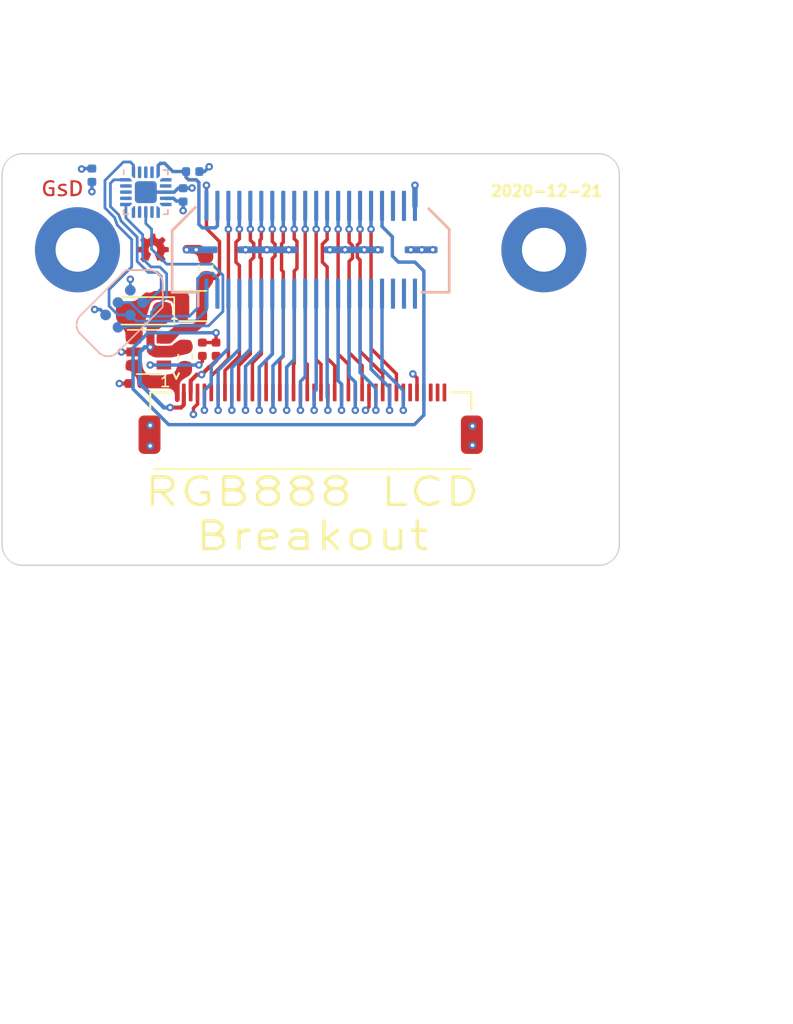
<source format=kicad_pcb>
(kicad_pcb (version 20201116) (generator pcbnew)
  (title_block (title "RGB888 LCD breakout") (date "2020-12-21") (rev "r1.0") (comment 1 "SYZYGY Pod"))
  (layers (0 "F.Cu" signal) (1 "In1.Cu" power) (2 "In2.Cu" signal) (31 "B.Cu" signal) (34 "B.Paste" user) (35 "F.Paste" user) (36 "B.SilkS" user "B.Silkscreen") (37 "F.SilkS" user "F.Silkscreen") (38 "B.Mask" user) (39 "F.Mask" user) (44 "Edge.Cuts" user))
  (net 0 "")
  (net 1 "GND")
  (net 2 "+3V3")
  (net 3 "/Peripheral MCU/MISO")
  (net 4 "/Peripheral MCU/~RESET")
  (net 5 "/SCL")
  (net 6 "/SDA")
  (net 7 "/RGA")
  (net 8 "/R0")
  (net 9 "/R1")
  (net 10 "/R2")
  (net 11 "/R3")
  (net 12 "+5V")
  (net 13 "/R4")
  (net 14 "/R5")
  (net 15 "/R6")
  (net 16 "/R7")
  (net 17 "/G0")
  (net 18 "/G1")
  (net 19 "/G2")
  (net 20 "/G3")
  (net 21 "/G4")
  (net 22 "/G5")
  (net 23 "/G6")
  (net 24 "/G7")
  (net 25 "/B0")
  (net 26 "/B1")
  (net 27 "/B2")
  (net 28 "/B3")
  (net 29 "/B4")
  (net 30 "/B5")
  (net 31 "/B6")
  (net 32 "/B7")
  (net 33 "/CLK")
  (net 34 "/DISP")
  (net 35 "/HSYNC")
  (net 36 "Net-(U2-Pad2)")
  (net 37 "Net-(U2-Pad3)")
  (net 38 "Net-(U2-Pad4)")
  (net 39 "Net-(U2-Pad11)")
  (net 40 "Net-(U2-Pad12)")
  (net 41 "Net-(U2-Pad14)")
  (net 42 "Net-(U2-Pad15)")
  (net 43 "Net-(J1-Pad37)")
  (net 44 "Net-(J1-Pad38)")
  (net 45 "/VCCIO")
  (net 46 "/VSYNC")
  (net 47 "/DEN")
  (net 48 "Net-(J1-Pad35)")
  (net 49 "Net-(D1-Pad2)")
  (net 50 "/TPY2")
  (net 51 "Net-(J1-Pad36)")
  (net 52 "/TPX2")
  (net 53 "/TPY1")
  (net 54 "/TPX1")
  (net 55 "/BLEN")
  (net 56 "no_connect_59")
  (net 57 "/VLED+")
  (net 58 "/VLED-")
  (net 59 "no_connect_63")
  (net 60 "no_connect_64")
  (net 61 "Net-(R1-Pad2)")
  (net 62 "no_connect_60")
  (net 63 "no_connect_61")
  (net 64 "no_connect_62")
  (net 65 "no_connect_65")
  (footprint "Inductor_SMD:L_Taiyo-Yuden_MD-2020" (layer "F.Cu") (at 121.4 92.3 180)
    (fp_text reference "L1" hide)
    (fp_text value "2.2uH" hide)
  )
  (footprint "MountingHole:MountingHole_3.2mm_M3_DIN965" (layer "F.Cu") (at 147.5 98.2 90)
    (fp_text reference "H2" hide)
    (fp_text value "MountingHole" hide)
  )
  (footprint "MountingHole:MountingHole_3.2mm_M3_DIN965" (layer "F.Cu") (at 112.5 98.2 90)
    (fp_text reference "H1" hide)
    (fp_text value "MountingHole" hide)
  )
  (footprint "Resistor_SMD:R_0402_1005Metric" (layer "F.Cu") (at 123.1 95.45 90)
    (fp_text reference "R2" hide)
    (fp_text value "10k" hide)
  )
  (footprint "Package_TO_SOT_SMD:SOT-23-6" (layer "F.Cu") (at 118.2 95.65)
    (fp_text reference "U1" hide)
    (fp_text value "PT4103" hide)
  )
  (footprint "Resistor_SMD:R_0402_1005Metric" (layer "F.Cu") (at 117.2 97.95)
    (fp_text reference "R3" hide)
    (fp_text value "5R1" hide)
  )
  (footprint "gkl_logos:gsd_logo_small" (layer "F.Cu") (at 111.9 83.8)
    (fp_text reference "G***" hide)
    (fp_text value "LOGO" hide)
  )
  (footprint "gsd-footprints:X05A20H40G" (layer "F.Cu") (at 130 98.6)
    (fp_text reference "J2" hide)
    (fp_text value "Conn_01x40_MountingPin" hide)
  )
  (footprint "Connector_PinHeader_1.00mm:PinHeader_1x01_P1.00mm_Vertical" (layer "F.Cu") (at 146.56 142.81)
    (fp_text reference "" hide)
    (fp_text value "" hide)
  )
  (footprint "Capacitor_SMD:C_0603_1608Metric" (layer "F.Cu") (at 120.85 96 -90)
    (fp_text reference "C1" hide)
    (fp_text value "0.1uF" hide)
  )
  (footprint "Diode_SMD:D_SOD-123F" (layer "F.Cu") (at 117.85 92.65 180)
    (fp_text reference "D1" hide)
    (fp_text value "D_ALT" hide)
  )
  (footprint "Capacitor_SMD:C_0603_1608Metric" (layer "F.Cu") (at 122.35 89.5 90)
    (fp_text reference "C2" hide)
    (fp_text value "22uF" hide)
  )
  (footprint "Resistor_SMD:R_0402_1005Metric" (layer "F.Cu") (at 122.1 95.45 -90)
    (fp_text reference "R1" hide)
    (fp_text value "1k" hide)
  )
  (footprint "gkl_logos:oshw_small" (layer "F.Cu") (at 118.5 88.1)
    (fp_text reference "G***" hide)
    (fp_text value "LOGO" hide)
  )
  (footprint "gsd-footprints:SYZYGY-STD-POD" (layer "B.Cu") (at 130 88.2 180)
    (fp_text reference "J1" hide)
    (fp_text value "SYZYGY-STD" hide)
  )
  (footprint "Package_DFN_QFN:QFN-20-1EP_3x3mm_P0.45mm_EP1.6x1.6mm" (layer "B.Cu") (at 117.979 84 -90)
    (fp_text reference "U2" hide)
    (fp_text value "ATtiny44A-MMH" hide)
  )
  (footprint "Resistor_SMD:R_0402_1005Metric" (layer "B.Cu") (at 121.4 82.5 180)
    (fp_text reference "R15" hide)
    (fp_text value "10K" hide)
  )
  (footprint "Capacitor_SMD:C_0402_1005Metric" (layer "B.Cu") (at 120.7 84.2 90)
    (fp_text reference "C9" hide)
    (fp_text value "0.1uF" hide)
  )
  (footprint "Capacitor_SMD:C_0402_1005Metric" (layer "B.Cu") (at 114.05 82.765 90)
    (fp_text reference "C10" hide)
    (fp_text value "1uF" hide)
  )
  (footprint "pkl_tag_connect:TC2030-NL_SMALL" (layer "B.Cu") (at 116.4 92.5 -135)
    (fp_text reference "J3" hide)
    (fp_text value "TagConnect" hide)
  )
  (gr_line (start 151 111.2) (end 109 111.2) (layer "Edge.Cuts") (width 0.1))
  (gr_line (start 109 81.2) (end 151 81.2) (layer "Edge.Cuts") (width 0.1))
  (gr_line (start 107.5 109.7) (end 107.5 82.7) (layer "Edge.Cuts") (width 0.1))
  (gr_arc (start 109 82.7) (end 109 81.2) (angle -90) (layer "Edge.Cuts") (width 0.1))
  (gr_arc (start 109 109.7) (end 107.5 109.7) (angle -90) (layer "Edge.Cuts") (width 0.1))
  (gr_line (start 152.5 82.7) (end 152.5 109.7) (layer "Edge.Cuts") (width 0.1))
  (gr_arc (start 151 82.7) (end 152.5 82.7) (angle -90) (layer "Edge.Cuts") (width 0.1))
  (gr_arc (start 151 109.7) (end 151 111.2) (angle -90) (layer "Edge.Cuts") (width 0.1))
  (gr_text "2020-12-21\n" (at 147.2 83.918) (layer "F.SilkS") (effects (font (size 0.8 0.8) (thickness 0.2))))
  (gr_text "RGB888 LCD\nBreakout" (at 130.1 107.45) (layer "F.SilkS") (effects (font (size 2 2.6) (thickness 0.25))))
  (segment (start 137.75 97.55) (end 137.45 97.25) (width 0.25) (layer "F.Cu") (net 1))
  (segment (start 122.6 96.75) (end 122.65 96.75) (width 0.3) (layer "F.Cu") (net 1))
  (segment (start 134.25 98.6) (end 134.25 99.65) (width 0.25) (layer "F.Cu") (net 1))
  (segment (start 121.25 97.75) (end 121.25 98.6) (width 0.3) (layer "F.Cu") (net 1))
  (segment (start 121.8375 88.2) (end 122.35 88.7125) (width 0.25) (layer "F.Cu") (net 1))
  (segment (start 116.715 97.95) (end 116.05 97.95) (width 0.3) (layer "F.Cu") (net 1))
  (segment (start 122.05 97.3) (end 122.6 96.75) (width 0.3) (layer "F.Cu") (net 1))
  (segment (start 122.05 97.3) (end 121.7 97.3) (width 0.3) (layer "F.Cu") (net 1))
  (segment (start 121.7 97.3) (end 121.25 97.75) (width 0.3) (layer "F.Cu") (net 1))
  (segment (start 137.75 98.6) (end 137.75 97.55) (width 0.25) (layer "F.Cu") (net 1))
  (segment (start 123.1 96.3) (end 123.1 95.935) (width 0.3) (layer "F.Cu") (net 1))
  (segment (start 121.65 88.2) (end 121.8375 88.2) (width 0.25) (layer "F.Cu") (net 1))
  (segment (start 122.65 96.75) (end 123.1 96.3) (width 0.3) (layer "F.Cu") (net 1))
  (segment (start 134.25 99.65) (end 134 99.9) (width 0.25) (layer "F.Cu") (net 1))
  (segment (start 117.1 95.65) (end 116.2 95.65) (width 0.3) (layer "F.Cu") (net 1))
  (via (at 120.95 88.2) (size 0.55) (drill 0.25) (layers "F.Cu" "B.Cu") (net 1))
  (via (at 116.2 95.65) (size 0.55) (drill 0.25) (layers "F.Cu" "B.Cu") (net 1))
  (via (at 141.8 101.05) (size 0.55) (drill 0.25) (layers "F.Cu" "B.Cu") (net 1))
  (via (at 137.3 88.2) (size 0.55) (drill 0.25) (layers "F.Cu" "B.Cu") (net 1))
  (via (at 128.4 88.2) (size 0.55) (drill 0.25) (layers "F.Cu" "B.Cu") (net 1))
  (via (at 131.4 88.2) (size 0.55) (drill 0.25) (layers "F.Cu" "B.Cu") (net 1))
  (via (at 134 99.9) (size 0.55) (drill 0.25) (layers "F.Cu" "B.Cu") (net 1))
  (via (at 132.5 88.2) (size 0.55) (drill 0.25) (layers "F.Cu" "B.Cu") (net 1))
  (via (at 138.9 88.2) (size 0.55) (drill 0.25) (layers "F.Cu" "B.Cu") (net 1))
  (via (at 118.3 101) (size 0.55) (drill 0.25) (layers "F.Cu" "B.Cu") (net 1))
  (via (at 113.3 82.315) (size 0.55) (drill 0.25) (layers "F.Cu" "B.Cu") (net 1))
  (via (at 121.65 88.2) (size 0.55) (drill 0.25) (layers "F.Cu" "B.Cu") (net 1))
  (via (at 141.8 102.45) (size 0.55) (drill 0.25) (layers "F.Cu" "B.Cu") (net 1))
  (via (at 126.8 88.2) (size 0.55) (drill 0.25) (layers "F.Cu" "B.Cu") (net 1))
  (via (at 133.9 88.2) (size 0.55) (drill 0.25) (layers "F.Cu" "B.Cu") (net 1))
  (via (at 137.45 97.25) (size 0.55) (drill 0.25) (layers "F.Cu" "B.Cu") (net 1))
  (via (at 121.35 83.7) (size 0.55) (drill 0.25) (layers "F.Cu" "B.Cu") (net 1))
  (via (at 125.25 88.2) (size 0.55) (drill 0.25) (layers "F.Cu" "B.Cu") (net 1))
  (via (at 116.05 97.95) (size 0.55) (drill 0.25) (layers "F.Cu" "B.Cu") (net 1))
  (via (at 114.25 92.55) (size 0.55) (drill 0.25) (layers "F.Cu" "B.Cu") (net 1))
  (via (at 138.1 88.2) (size 0.55) (drill 0.25) (layers "F.Cu" "B.Cu") (net 1))
  (via (at 134.9 88.2) (size 0.55) (drill 0.25) (layers "F.Cu" "B.Cu") (net 1))
  (via (at 122.05 97.3) (size 0.55) (drill 0.25) (layers "F.Cu" "B.Cu") (net 1))
  (via (at 118.3 102.5) (size 0.55) (drill 0.25) (layers "F.Cu" "B.Cu") (net 1))
  (segment (start 113.335 82.28) (end 113.3 82.315) (width 0.25) (layer "B.Cu") (net 1))
  (segment (start 119.429 84) (end 120.05 84) (width 0.25) (layer "B.Cu") (net 1))
  (segment (start 115.052962 92.949013) (end 114.653949 92.55) (width 0.25) (layer "B.Cu") (net 1))
  (segment (start 121.335 83.715) (end 121.35 83.7) (width 0.25) (layer "B.Cu") (net 1))
  (segment (start 120.7 83.715) (end 121.335 83.715) (width 0.25) (layer "B.Cu") (net 1))
  (segment (start 119.429 84) (end 117.979 84) (width 0.25) (layer "B.Cu") (net 1))
  (segment (start 114.653949 92.55) (end 114.25 92.55) (width 0.25) (layer "B.Cu") (net 1))
  (segment (start 120.05 84) (end 120.335 83.715) (width 0.25) (layer "B.Cu") (net 1))
  (segment (start 120.335 83.715) (end 120.7 83.715) (width 0.25) (layer "B.Cu") (net 1))
  (segment (start 114.05 82.28) (end 113.335 82.28) (width 0.25) (layer "B.Cu") (net 1))
  (segment (start 121.75 98.6) (end 121.75 99.45) (width 0.25) (layer "F.Cu") (net 2))
  (segment (start 121.75 99.45) (end 121.45 99.75) (width 0.25) (layer "F.Cu") (net 2))
  (segment (start 121.45 99.75) (end 121.45 100.2) (width 0.25) (layer "F.Cu") (net 2))
  (via (at 116.85 90.35) (size 0.55) (drill 0.25) (layers "F.Cu" "B.Cu") (net 2))
  (via (at 137.6 83.5) (size 0.55) (drill 0.25) (layers "F.Cu" "B.Cu") (net 2))
  (via (at 114.05 83.965) (size 0.55) (drill 0.25) (layers "F.Cu" "B.Cu") (net 2))
  (via (at 120.7 85.35) (size 0.55) (drill 0.25) (layers "F.Cu" "B.Cu") (net 2))
  (via (at 122.6 82.15) (size 0.55) (drill 0.25) (layers "F.Cu" "B.Cu") (net 2))
  (via (at 121.45 100.2) (size 0.55) (drill 0.25) (layers "F.Cu" "B.Cu") (net 2))
  (segment (start 137.6 85) (end 137.6 83.5) (width 0.4) (layer "B.Cu") (net 2))
  (segment (start 116.849013 91.152962) (end 116.849013 90.350987) (width 0.2) (layer "B.Cu") (net 2))
  (segment (start 121.885 82.5) (end 122.25 82.5) (width 0.25) (layer "B.Cu") (net 2))
  (segment (start 119.429 84.45) (end 120 84.45) (width 0.25) (layer "B.Cu") (net 2))
  (segment (start 116.849013 90.350987) (end 116.85 90.35) (width 0.2) (layer "B.Cu") (net 2))
  (segment (start 120.7 84.685) (end 120.7 85.35) (width 0.25) (layer "B.Cu") (net 2))
  (segment (start 122.25 82.5) (end 122.6 82.15) (width 0.25) (layer "B.Cu") (net 2))
  (segment (start 120.2 84.65) (end 120.665 84.65) (width 0.25) (layer "B.Cu") (net 2))
  (segment (start 120 84.45) (end 120.2 84.65) (width 0.25) (layer "B.Cu") (net 2))
  (segment (start 114.05 83.25) (end 114.05 83.965) (width 0.25) (layer "B.Cu") (net 2))
  (segment (start 118.15 89.85) (end 118.8 89.85) (width 0.2) (layer "B.Cu") (net 3))
  (segment (start 118.099013 92.050987) (end 117.747038 92.050987) (width 0.2) (layer "B.Cu") (net 3))
  (segment (start 116.1875 86.1125) (end 117.35 87.275) (width 0.2) (layer "B.Cu") (net 3))
  (segment (start 116.529 83.1) (end 115.65 83.1) (width 0.2) (layer "B.Cu") (net 3))
  (segment (start 117.35 87.275) (end 117.35 89.05) (width 0.2) (layer "B.Cu") (net 3))
  (segment (start 117.35 89.05) (end 118.15 89.85) (width 0.2) (layer "B.Cu") (net 3))
  (segment (start 116 85.65) (end 116.1875 86.1125) (width 0.2) (layer "B.Cu") (net 3))
  (segment (start 115.4 83.35) (end 115.4 85.05) (width 0.2) (layer "B.Cu") (net 3))
  (segment (start 115.65 83.1) (end 115.4 83.35) (width 0.2) (layer "B.Cu") (net 3))
  (segment (start 119.1 90.15) (end 119.1 91.05) (width 0.2) (layer "B.Cu") (net 3))
  (segment (start 119.1 91.05) (end 118.099013 92.050987) (width 0.2) (layer "B.Cu") (net 3))
  (segment (start 115.4 85.05) (end 116 85.65) (width 0.2) (layer "B.Cu") (net 3))
  (segment (start 118.8 89.85) (end 119.1 90.15) (width 0.2) (layer "B.Cu") (net 3))
  (segment (start 121.55 89.25) (end 122.8 89.25) (width 0.2) (layer "B.Cu") (net 4))
  (segment (start 122.55 93.75) (end 116.6 93.75) (width 0.2) (layer "B.Cu") (net 4))
  (segment (start 123.6 90.05) (end 123.6 92.7) (width 0.2) (layer "B.Cu") (net 4))
  (segment (start 122.8 89.25) (end 123.6 90.05) (width 0.2) (layer "B.Cu") (net 4))
  (segment (start 123.6 92.7) (end 122.55 93.75) (width 0.2) (layer "B.Cu") (net 4))
  (segment (start 116.6 93.75) (end 116.5 93.85) (width 0.2) (layer "B.Cu") (net 4))
  (segment (start 121.45 89.25) (end 119.5 89.25) (width 0.2) (layer "B.Cu") (net 4))
  (segment (start 117.979 86.279) (end 117.979 86.179) (width 0.2) (layer "B.Cu") (net 4))
  (segment (start 119.5 89.25) (end 118.4 88.15) (width 0.2) (layer "B.Cu") (net 4))
  (segment (start 118.4 88.15) (end 118.4 86.7) (width 0.2) (layer "B.Cu") (net 4))
  (segment (start 121.55 89.25) (end 121.45 89.25) (width 0.2) (layer "B.Cu") (net 4))
  (segment (start 117.979 85.45) (end 117.979 86.179) (width 0.2) (layer "B.Cu") (net 4))
  (segment (start 116.497038 93.847038) (end 115.950987 93.847038) (width 0.2) (layer "B.Cu") (net 4))
  (segment (start 116.5 93.85) (end 116.497038 93.847038) (width 0.2) (layer "B.Cu") (net 4))
  (segment (start 118.4 86.7) (end 117.979 86.279) (width 0.2) (layer "B.Cu") (net 4))
  (segment (start 121.6 93.4) (end 117.3 93.4) (width 0.2) (layer "B.Cu") (net 5))
  (segment (start 115.949013 92.949013) (end 115.3 92.3) (width 0.2) (layer "B.Cu") (net 5))
  (segment (start 116.85 81.8) (end 117.079 82.029) (width 0.2) (layer "B.Cu") (net 5))
  (segment (start 117.3 93.4) (end 116.849013 92.949013) (width 0.2) (layer "B.Cu") (net 5))
  (segment (start 116.35 81.8) (end 116.85 81.8) (width 0.2) (layer "B.Cu") (net 5))
  (segment (start 117.079 82.029) (end 117.079 82.55) (width 0.2) (layer "B.Cu") (net 5))
  (segment (start 115 85.15) (end 115 83.15) (width 0.2) (layer "B.Cu") (net 5))
  (segment (start 115.3 91.1) (end 116.95 89.45) (width 0.2) (layer "B.Cu") (net 5))
  (segment (start 115 83.15) (end 116.35 81.8) (width 0.2) (layer "B.Cu") (net 5))
  (segment (start 122.4 91.4) (end 122.4 92.6) (width 0.2) (layer "B.Cu") (net 5))
  (segment (start 116.849013 92.949013) (end 115.949013 92.949013) (width 0.2) (layer "B.Cu") (net 5))
  (segment (start 116.95 87.45) (end 115.9 86.4) (width 0.2) (layer "B.Cu") (net 5))
  (segment (start 115.9 86.4) (end 115.7 85.85) (width 0.2) (layer "B.Cu") (net 5))
  (segment (start 115.7 85.85) (end 115 85.15) (width 0.2) (layer "B.Cu") (net 5))
  (segment (start 115.3 92.3) (end 115.3 91.1) (width 0.2) (layer "B.Cu") (net 5))
  (segment (start 122.4 92.6) (end 121.6 93.4) (width 0.2) (layer "B.Cu") (net 5))
  (segment (start 116.95 89.45) (end 116.95 87.45) (width 0.2) (layer "B.Cu") (net 5))
  (segment (start 116.529 85.879) (end 117.75 87.1) (width 0.2) (layer "B.Cu") (net 6))
  (segment (start 119.5 91.65) (end 118.4 92.75) (width 0.2) (layer "B.Cu") (net 6))
  (segment (start 118.4 93.05) (end 121.15 93.05) (width 0.2) (layer "B.Cu") (net 6))
  (segment (start 117.85 93.05) (end 118.4 93.05) (width 0.2) (layer "B.Cu") (net 6))
  (segment (start 116.529 84.9) (end 116.529 85.879) (width 0.2) (layer "B.Cu") (net 6))
  (segment (start 117.75 88.85) (end 118.35 89.45) (width 0.2) (layer "B.Cu") (net 6))
  (segment (start 123.2 90.25) (end 123.2 91.4) (width 0.2) (layer "B.Cu") (net 6))
  (segment (start 121.15 93.05) (end 121.75 92.45) (width 0.2) (layer "B.Cu") (net 6))
  (segment (start 116.850987 92.050987) (end 117.85 93.05) (width 0.2) (layer "B.Cu") (net 6))
  (segment (start 119 89.45) (end 119.5 89.95) (width 0.2) (layer "B.Cu") (net 6))
  (segment (start 118.4 92.75) (end 118.4 93.05) (width 0.2) (layer "B.Cu") (net 6))
  (segment (start 115.950987 92.050987) (end 116.850987 92.050987) (width 0.2) (layer "B.Cu") (net 6))
  (segment (start 121.75 90.3) (end 122.15 89.9) (width 0.2) (layer "B.Cu") (net 6))
  (segment (start 122.15 89.9) (end 122.85 89.9) (width 0.2) (layer "B.Cu") (net 6))
  (segment (start 121.75 92.45) (end 121.75 90.3) (width 0.2) (layer "B.Cu") (net 6))
  (segment (start 122.85 89.9) (end 123.2 90.25) (width 0.2) (layer "B.Cu") (net 6))
  (segment (start 118.35 89.45) (end 119 89.45) (width 0.2) (layer "B.Cu") (net 6))
  (segment (start 117.75 87.1) (end 117.75 88.85) (width 0.2) (layer "B.Cu") (net 6))
  (segment (start 119.5 89.95) (end 119.5 91.65) (width 0.2) (layer "B.Cu") (net 6))
  (segment (start 118.879 82.071) (end 119.05 81.9) (width 0.25) (layer "B.Cu") (net 7))
  (segment (start 118.879 82.55) (end 118.879 82.071) (width 0.25) (layer "B.Cu") (net 7))
  (segment (start 121.85 86.35) (end 121.85 83.3) (width 0.25) (layer "B.Cu") (net 7))
  (segment (start 121.1 83.1) (end 120.915 82.915) (width 0.25) (layer "B.Cu") (net 7))
  (segment (start 123.05 86.6) (end 122.1 86.6) (width 0.25) (layer "B.Cu") (net 7))
  (segment (start 123.2 86.45) (end 123.05 86.6) (width 0.25) (layer "B.Cu") (net 7))
  (segment (start 119.95 82.5) (end 120.915 82.5) (width 0.25) (layer "B.Cu") (net 7))
  (segment (start 121.65 83.1) (end 121.1 83.1) (width 0.25) (layer "B.Cu") (net 7))
  (segment (start 123.2 85) (end 123.2 86.45) (width 0.25) (layer "B.Cu") (net 7))
  (segment (start 119.35 81.9) (end 119.95 82.5) (width 0.25) (layer "B.Cu") (net 7))
  (segment (start 122.1 86.6) (end 121.85 86.35) (width 0.25) (layer "B.Cu") (net 7))
  (segment (start 120.915 82.915) (end 120.915 82.5) (width 0.25) (layer "B.Cu") (net 7))
  (segment (start 119.05 81.9) (end 119.35 81.9) (width 0.25) (layer "B.Cu") (net 7))
  (segment (start 121.85 83.3) (end 121.65 83.1) (width 0.25) (layer "B.Cu") (net 7))
  (segment (start 122.25 98.6) (end 122.25 99.9) (width 0.25) (layer "F.Cu") (net 8))
  (via (at 122.25 99.9) (size 0.55) (drill 0.25) (layers "F.Cu" "B.Cu") (net 8))
  (segment (start 122.75 96.65) (end 122.925 96.475) (width 0.25) (layer "B.Cu") (net 8))
  (segment (start 122.25 99.35) (end 122.25 99.9) (width 0.25) (layer "B.Cu") (net 8))
  (segment (start 124 95.4) (end 122.925 96.475) (width 0.25) (layer "B.Cu") (net 8))
  (segment (start 122.25 98.45) (end 122.75 97.95) (width 0.25) (layer "B.Cu") (net 8))
  (segment (start 122.25 99.35) (end 122.25 98.45) (width 0.25) (layer "B.Cu") (net 8))
  (segment (start 124 91.4) (end 124 95.4) (width 0.25) (layer "B.Cu") (net 8))
  (segment (start 122.75 97.95) (end 122.75 96.65) (width 0.25) (layer "B.Cu") (net 8))
  (segment (start 124 96.15) (end 124 86.7) (width 0.25) (layer "F.Cu") (net 9))
  (segment (start 122.75 97.4) (end 124 96.15) (width 0.25) (layer "F.Cu") (net 9))
  (segment (start 122.75 98.6) (end 122.75 97.4) (width 0.25) (layer "F.Cu") (net 9))
  (via (at 124 86.7) (size 0.55) (drill 0.25) (layers "F.Cu" "B.Cu") (net 9))
  (segment (start 124 86.7) (end 124 85) (width 0.25) (layer "B.Cu") (net 9))
  (segment (start 123.25 98.6) (end 123.25 99.9) (width 0.25) (layer "F.Cu") (net 10))
  (via (at 123.25 99.9) (size 0.55) (drill 0.25) (layers "F.Cu" "B.Cu") (net 10))
  (segment (start 123.25 99.9) (end 123.25 97) (width 0.25) (layer "B.Cu") (net 10))
  (segment (start 124.8 95.45) (end 124.8 91.4) (width 0.25) (layer "B.Cu") (net 10))
  (segment (start 123.25 97) (end 124.8 95.45) (width 0.25) (layer "B.Cu") (net 10))
  (segment (start 124.55 87.65) (end 124.8 87.4) (width 0.25) (layer "F.Cu") (net 11))
  (segment (start 123.75 98.6) (end 123.75 97) (width 0.25) (layer "F.Cu") (net 11))
  (segment (start 124.8 89.35) (end 124.55 89.1) (width 0.25) (layer "F.Cu") (net 11))
  (segment (start 124.8 87.4) (end 124.8 86.7) (width 0.25) (layer "F.Cu") (net 11))
  (segment (start 123.75 97) (end 124.8 95.95) (width 0.25) (layer "F.Cu") (net 11))
  (segment (start 124.8 95.95) (end 124.8 89.35) (width 0.25) (layer "F.Cu") (net 11))
  (segment (start 124.55 89.1) (end 124.55 87.65) (width 0.25) (layer "F.Cu") (net 11))
  (via (at 124.8 86.7) (size 0.55) (drill 0.25) (layers "F.Cu" "B.Cu") (net 11))
  (segment (start 124.8 86.7) (end 124.8 85) (width 0.25) (layer "B.Cu") (net 11))
  (segment (start 123.35 87.6) (end 122.4 86.65) (width 0.25) (layer "F.Cu") (net 12))
  (segment (start 123.0125 90.2875) (end 123.35 89.95) (width 0.25) (layer "F.Cu") (net 12))
  (segment (start 123.35 89.95) (end 123.35 87.6) (width 0.25) (layer "F.Cu") (net 12))
  (segment (start 122.4 86.65) (end 122.4 83.5) (width 0.25) (layer "F.Cu") (net 12))
  (segment (start 119.3 94.7) (end 119.7 94.7) (width 0.3) (layer "F.Cu") (net 12))
  (segment (start 122.35 90.75) (end 122.075 91.025) (width 0.25) (layer "F.Cu") (net 12))
  (segment (start 119.7 94.7) (end 120.4 94) (width 0.3) (layer "F.Cu") (net 12))
  (segment (start 120.4 94) (end 120.5 93.9) (width 0.25) (layer "F.Cu") (net 12))
  (segment (start 122.075 91.025) (end 122.075 92.3) (width 0.25) (layer "F.Cu") (net 12))
  (segment (start 120.5 93.9) (end 121.7 93.9) (width 0.25) (layer "F.Cu") (net 12))
  (segment (start 122.35 90.2875) (end 123.0125 90.2875) (width 0.25) (layer "F.Cu") (net 12))
  (segment (start 122.35 90.2875) (end 122.35 90.75) (width 0.25) (layer "F.Cu") (net 12))
  (segment (start 122.075 93.525) (end 122.075 92.3) (width 0.25) (layer "F.Cu") (net 12))
  (segment (start 121.7 93.9) (end 122.075 93.525) (width 0.25) (layer "F.Cu") (net 12))
  (via (at 122.4 83.5) (size 0.55) (drill 0.25) (layers "F.Cu" "B.Cu") (net 12))
  (segment (start 122.4 83.5) (end 122.4 85) (width 0.25) (layer "B.Cu") (net 12))
  (segment (start 124.25 98.6) (end 124.25 99.9) (width 0.25) (layer "F.Cu") (net 13))
  (via (at 124.25 99.9) (size 0.55) (drill 0.25) (layers "F.Cu" "B.Cu") (net 13))
  (segment (start 125.6 91.4) (end 125.6 95.45) (width 0.25) (layer "B.Cu") (net 13))
  (segment (start 125.6 95.45) (end 124.25 96.8) (width 0.25) (layer "B.Cu") (net 13))
  (segment (start 124.25 96.8) (end 124.25 99.9) (width 0.25) (layer "B.Cu") (net 13))
  (segment (start 125.85 87.75) (end 125.85 88.75) (width 0.25) (layer "F.Cu") (net 14))
  (segment (start 125.6 86.7) (end 125.6 87.5) (width 0.25) (layer "F.Cu") (net 14))
  (segment (start 125.6 95.8) (end 124.75 96.65) (width 0.25) (layer "F.Cu") (net 14))
  (segment (start 125.6 89) (end 125.6 95.8) (width 0.25) (layer "F.Cu") (net 14))
  (segment (start 125.6 87.5) (end 125.85 87.75) (width 0.25) (layer "F.Cu") (net 14))
  (segment (start 124.75 96.65) (end 124.75 98.6) (width 0.25) (layer "F.Cu") (net 14))
  (segment (start 125.85 88.75) (end 125.6 89) (width 0.25) (layer "F.Cu") (net 14))
  (via (at 125.6 86.7) (size 0.55) (drill 0.25) (layers "F.Cu" "B.Cu") (net 14))
  (segment (start 125.6 85) (end 125.6 86.7) (width 0.25) (layer "B.Cu") (net 14))
  (segment (start 125.25 98.6) (end 125.25 99.9) (width 0.25) (layer "F.Cu") (net 15))
  (via (at 125.25 99.9) (size 0.55) (drill 0.25) (layers "F.Cu" "B.Cu") (net 15))
  (segment (start 125.25 96.7) (end 126.4 95.55) (width 0.25) (layer "B.Cu") (net 15))
  (segment (start 125.25 99.9) (end 125.25 96.7) (width 0.25) (layer "B.Cu") (net 15))
  (segment (start 126.4 95.55) (end 126.4 91.4) (width 0.25) (layer "B.Cu") (net 15))
  (segment (start 126.3 88.75) (end 126.3 87.5) (width 0.25) (layer "F.Cu") (net 16))
  (segment (start 126.4 95.8) (end 126.4 88.85) (width 0.25) (layer "F.Cu") (net 16))
  (segment (start 126.4 87.4) (end 126.4 86.7) (width 0.25) (layer "F.Cu") (net 16))
  (segment (start 126.3 87.5) (end 126.4 87.4) (width 0.25) (layer "F.Cu") (net 16))
  (segment (start 126.4 88.85) (end 126.3 88.75) (width 0.25) (layer "F.Cu") (net 16))
  (segment (start 125.75 98.6) (end 125.75 96.45) (width 0.25) (layer "F.Cu") (net 16))
  (segment (start 125.75 96.45) (end 126.4 95.8) (width 0.25) (layer "F.Cu") (net 16))
  (via (at 126.4 86.7) (size 0.55) (drill 0.25) (layers "F.Cu" "B.Cu") (net 16))
  (segment (start 126.4 86.7) (end 126.4 85) (width 0.25) (layer "B.Cu") (net 16))
  (segment (start 126.25 98.6) (end 126.25 99.9) (width 0.25) (layer "F.Cu") (net 17))
  (via (at 126.25 99.9) (size 0.55) (drill 0.25) (layers "F.Cu" "B.Cu") (net 17))
  (segment (start 127.2 91.4) (end 127.2 95.8) (width 0.25) (layer "B.Cu") (net 17))
  (segment (start 126.25 96.75) (end 126.25 99.9) (width 0.25) (layer "B.Cu") (net 17))
  (segment (start 127.2 95.8) (end 126.25 96.75) (width 0.25) (layer "B.Cu") (net 17))
  (segment (start 126.75 96.25) (end 126.75 98.6) (width 0.25) (layer "F.Cu") (net 18))
  (segment (start 127.2 88.85) (end 127.2 95.8) (width 0.25) (layer "F.Cu") (net 18))
  (segment (start 127.2 95.8) (end 126.75 96.25) (width 0.25) (layer "F.Cu") (net 18))
  (segment (start 127.4 88.65) (end 127.2 88.85) (width 0.25) (layer "F.Cu") (net 18))
  (segment (start 127.4 87.8) (end 127.4 88.65) (width 0.25) (layer "F.Cu") (net 18))
  (segment (start 127.2 87.6) (end 127.4 87.8) (width 0.25) (layer "F.Cu") (net 18))
  (segment (start 127.2 86.7) (end 127.2 87.6) (width 0.25) (layer "F.Cu") (net 18))
  (via (at 127.2 86.7) (size 0.55) (drill 0.25) (layers "F.Cu" "B.Cu") (net 18))
  (segment (start 127.2 85) (end 127.2 86.7) (width 0.25) (layer "B.Cu") (net 18))
  (segment (start 127.25 98.6) (end 127.25 99.9) (width 0.25) (layer "F.Cu") (net 19))
  (via (at 127.25 99.9) (size 0.55) (drill 0.25) (layers "F.Cu" "B.Cu") (net 19))
  (segment (start 128 95.9) (end 127.25 96.65) (width 0.25) (layer "B.Cu") (net 19))
  (segment (start 128 91.4) (end 128 95.9) (width 0.25) (layer "B.Cu") (net 19))
  (segment (start 127.25 96.65) (end 127.25 99.9) (width 0.25) (layer "B.Cu") (net 19))
  (segment (start 128 87.1) (end 128 86.7) (width 0.25) (layer "F.Cu") (net 20))
  (segment (start 128 95.95) (end 128 89.8) (width 0.25) (layer "F.Cu") (net 20))
  (segment (start 128 87.65) (end 128 87.1) (width 0.25) (layer "F.Cu") (net 20))
  (segment (start 127.75 96.2) (end 128 95.95) (width 0.25) (layer "F.Cu") (net 20))
  (segment (start 127.75 98.6) (end 127.75 96.2) (width 0.25) (layer "F.Cu") (net 20))
  (segment (start 128 89.8) (end 127.875 89.675) (width 0.25) (layer "F.Cu") (net 20))
  (segment (start 127.875 89.675) (end 127.875 87.775) (width 0.25) (layer "F.Cu") (net 20))
  (segment (start 127.875 87.775) (end 128 87.65) (width 0.25) (layer "F.Cu") (net 20))
  (via (at 128 86.7) (size 0.55) (drill 0.25) (layers "F.Cu" "B.Cu") (net 20))
  (segment (start 128 86.7) (end 128 85) (width 0.25) (layer "B.Cu") (net 20))
  (segment (start 128.25 98.6) (end 128.25 99.9) (width 0.25) (layer "F.Cu") (net 21))
  (via (at 128.25 99.9) (size 0.55) (drill 0.25) (layers "F.Cu" "B.Cu") (net 21))
  (segment (start 128.8 91.4) (end 128.8 96.2) (width 0.25) (layer "B.Cu") (net 21))
  (segment (start 128.25 96.75) (end 128.25 99.9) (width 0.25) (layer "B.Cu") (net 21))
  (segment (start 128.8 96.2) (end 128.25 96.75) (width 0.25) (layer "B.Cu") (net 21))
  (segment (start 129 87.6) (end 129 89.55) (width 0.25) (layer "F.Cu") (net 22))
  (segment (start 128.8 87.4) (end 129 87.6) (width 0.25) (layer "F.Cu") (net 22))
  (segment (start 128.8 86.7) (end 128.8 87.4) (width 0.25) (layer "F.Cu") (net 22))
  (segment (start 128.8 96.5) (end 128.75 96.55) (width 0.25) (layer "F.Cu") (net 22))
  (segment (start 128.8 89.75) (end 128.8 96.5) (width 0.25) (layer "F.Cu") (net 22))
  (segment (start 128.75 96.55) (end 128.75 98.6) (width 0.25) (layer "F.Cu") (net 22))
  (segment (start 129 89.55) (end 128.8 89.75) (width 0.25) (layer "F.Cu") (net 22))
  (via (at 128.8 86.7) (size 0.55) (drill 0.25) (layers "F.Cu" "B.Cu") (net 22))
  (segment (start 128.8 85) (end 128.8 86.7) (width 0.25) (layer "B.Cu") (net 22))
  (segment (start 129.25 98.6) (end 129.25 99.9) (width 0.25) (layer "F.Cu") (net 23))
  (via (at 129.25 99.9) (size 0.55) (drill 0.25) (layers "F.Cu" "B.Cu") (net 23))
  (segment (start 129.25 97.8) (end 129.25 99.9) (width 0.25) (layer "B.Cu") (net 23))
  (segment (start 129.6 91.4) (end 129.6 97.45) (width 0.25) (layer "B.Cu") (net 23))
  (segment (start 129.6 97.45) (end 129.25 97.8) (width 0.25) (layer "B.Cu") (net 23))
  (segment (start 129.75 98.6) (end 129.75 96.55) (width 0.25) (layer "F.Cu") (net 24))
  (segment (start 129.6 96.4) (end 129.6 86.7) (width 0.25) (layer "F.Cu") (net 24))
  (segment (start 129.75 96.55) (end 129.6 96.4) (width 0.25) (layer "F.Cu") (net 24))
  (via (at 129.6 86.7) (size 0.55) (drill 0.25) (layers "F.Cu" "B.Cu") (net 24))
  (segment (start 129.6 86.7) (end 129.6 85) (width 0.25) (layer "B.Cu") (net 24))
  (segment (start 130.25 98.6) (end 130.25 99.9) (width 0.25) (layer "F.Cu") (net 25))
  (via (at 130.25 99.9) (size 0.55) (drill 0.25) (layers "F.Cu" "B.Cu") (net 25))
  (segment (start 130.4 98.4) (end 130.25 98.55) (width 0.25) (layer "B.Cu") (net 25))
  (segment (start 130.4 91.4) (end 130.4 98.4) (width 0.25) (layer "B.Cu") (net 25))
  (segment (start 130.25 98.55) (end 130.25 99.9) (width 0.25) (layer "B.Cu") (net 25))
  (segment (start 130.4 96.2) (end 130.75 96.55) (width 0.25) (layer "F.Cu") (net 26))
  (segment (start 130.75 96.55) (end 130.75 98.6) (width 0.25) (layer "F.Cu") (net 26))
  (segment (start 130.4 86.7) (end 130.4 96.2) (width 0.25) (layer "F.Cu") (net 26))
  (via (at 130.4 86.7) (size 0.55) (drill 0.25) (layers "F.Cu" "B.Cu") (net 26))
  (segment (start 130.4 85) (end 130.4 86.7) (width 0.25) (layer "B.Cu") (net 26))
  (segment (start 131.25 98.6) (end 131.25 99.9) (width 0.25) (layer "F.Cu") (net 27))
  (via (at 131.25 99.9) (size 0.55) (drill 0.25) (layers "F.Cu" "B.Cu") (net 27))
  (segment (start 131.2 98.95) (end 131.25 99) (width 0.25) (layer "B.Cu") (net 27))
  (segment (start 131.2 91.4) (end 131.2 98.95) (width 0.25) (layer "B.Cu") (net 27))
  (segment (start 131.25 99) (end 131.25 99.9) (width 0.25) (layer "B.Cu") (net 27))
  (segment (start 131.75 96.65) (end 131.2 96.1) (width 0.25) (layer "F.Cu") (net 28))
  (segment (start 131.2 96.1) (end 131.2 89.45) (width 0.25) (layer "F.Cu") (net 28))
  (segment (start 131.75 98.6) (end 131.75 96.65) (width 0.25) (layer "F.Cu") (net 28))
  (segment (start 130.85 89.1) (end 130.85 87.8) (width 0.25) (layer "F.Cu") (net 28))
  (segment (start 131 89.25) (end 130.85 89.1) (width 0.25) (layer "F.Cu") (net 28))
  (segment (start 130.85 87.8) (end 131.2 87.45) (width 0.25) (layer "F.Cu") (net 28))
  (segment (start 131.2 87.45) (end 131.2 86.7) (width 0.25) (layer "F.Cu") (net 28))
  (segment (start 131.2 89.45) (end 131 89.25) (width 0.25) (layer "F.Cu") (net 28))
  (via (at 131.2 86.7) (size 0.55) (drill 0.25) (layers "F.Cu" "B.Cu") (net 28))
  (segment (start 131.2 86.7) (end 131.2 85) (width 0.25) (layer "B.Cu") (net 28))
  (segment (start 132.25 98.6) (end 132.25 99.9) (width 0.25) (layer "F.Cu") (net 29))
  (via (at 132.25 99.9) (size 0.55) (drill 0.25) (layers "F.Cu" "B.Cu") (net 29))
  (segment (start 132 97.75) (end 132.25 98) (width 0.25) (layer "B.Cu") (net 29))
  (segment (start 132 91.4) (end 132 97.75) (width 0.25) (layer "B.Cu") (net 29))
  (segment (start 132.25 98) (end 132.25 99.9) (width 0.25) (layer "B.Cu") (net 29))
  (segment (start 132.75 96.55) (end 132.75 98.6) (width 0.25) (layer "F.Cu") (net 30))
  (segment (start 132 86.7) (end 132 95.8) (width 0.25) (layer "F.Cu") (net 30))
  (segment (start 132 95.8) (end 132.75 96.55) (width 0.25) (layer "F.Cu") (net 30))
  (via (at 132 86.7) (size 0.55) (drill 0.25) (layers "F.Cu" "B.Cu") (net 30))
  (segment (start 132 85) (end 132 86.7) (width 0.25) (layer "B.Cu") (net 30))
  (segment (start 133.25 98.6) (end 133.25 99.9) (width 0.25) (layer "F.Cu") (net 31))
  (via (at 133.25 99.9) (size 0.55) (drill 0.25) (layers "F.Cu" "B.Cu") (net 31))
  (segment (start 133.25 97.85) (end 133.25 99.9) (width 0.25) (layer "B.Cu") (net 31))
  (segment (start 132.8 91.4) (end 132.8 97.4) (width 0.25) (layer "B.Cu") (net 31))
  (segment (start 132.8 97.4) (end 133.25 97.85) (width 0.25) (layer "B.Cu") (net 31))
  (segment (start 132.8 87.15) (end 132.8 86.7) (width 0.25) (layer "F.Cu") (net 32))
  (segment (start 133.75 98.6) (end 133.75 96.65) (width 0.25) (layer "F.Cu") (net 32))
  (segment (start 132.8 95.7) (end 132.8 89.05) (width 0.25) (layer "F.Cu") (net 32))
  (segment (start 133.75 96.65) (end 132.8 95.7) (width 0.25) (layer "F.Cu") (net 32))
  (segment (start 133.05 88.8) (end 132.8 89.05) (width 0.25) (layer "F.Cu") (net 32))
  (segment (start 132.8 87.65) (end 133.05 87.9) (width 0.25) (layer "F.Cu") (net 32))
  (segment (start 133.05 87.9) (end 133.05 88.8) (width 0.25) (layer "F.Cu") (net 32))
  (segment (start 132.8 87.15) (end 132.8 87.65) (width 0.25) (layer "F.Cu") (net 32))
  (via (at 132.8 86.7) (size 0.55) (drill 0.25) (layers "F.Cu" "B.Cu") (net 32))
  (segment (start 132.8 86.7) (end 132.8 85) (width 0.25) (layer "B.Cu") (net 32))
  (segment (start 134.75 98.6) (end 134.75 99.9) (width 0.25) (layer "F.Cu") (net 33))
  (via (at 134.75 99.9) (size 0.55) (drill 0.25) (layers "F.Cu" "B.Cu") (net 33))
  (segment (start 133.6 91.4) (end 133.6 97.15) (width 0.25) (layer "B.Cu") (net 33))
  (segment (start 133.6 97.15) (end 134.75 98.3) (width 0.25) (layer "B.Cu") (net 33))
  (segment (start 134.75 98.3) (end 134.75 99.9) (width 0.25) (layer "B.Cu") (net 33))
  (segment (start 133.4 87.85) (end 133.6 87.65) (width 0.25) (layer "F.Cu") (net 34))
  (segment (start 133.6 89.6) (end 133.6 95.6) (width 0.25) (layer "F.Cu") (net 34))
  (segment (start 135.25 97.25) (end 135.25 98.6) (width 0.25) (layer "F.Cu") (net 34))
  (segment (start 133.4 88.75) (end 133.4 87.85) (width 0.25) (layer "F.Cu") (net 34))
  (segment (start 133.6 88.95) (end 133.4 88.75) (width 0.25) (layer "F.Cu") (net 34))
  (segment (start 133.6 89.6) (end 133.6 88.95) (width 0.25) (layer "F.Cu") (net 34))
  (segment (start 133.6 95.6) (end 135.25 97.25) (width 0.25) (layer "F.Cu") (net 34))
  (segment (start 133.6 86.7) (end 133.6 87.65) (width 0.25) (layer "F.Cu") (net 34))
  (via (at 133.6 86.7) (size 0.55) (drill 0.25) (layers "F.Cu" "B.Cu") (net 34))
  (segment (start 133.6 85) (end 133.6 86.7) (width 0.25) (layer "B.Cu") (net 34))
  (segment (start 135.75 98.6) (end 135.75 99.9) (width 0.25) (layer "F.Cu") (net 35))
  (via (at 135.75 99.9) (size 0.55) (drill 0.25) (layers "F.Cu" "B.Cu") (net 35))
  (segment (start 134.4 91.4) (end 134.4 96.9) (width 0.25) (layer "B.Cu") (net 35))
  (segment (start 134.4 96.9) (end 135.75 98.25) (width 0.25) (layer "B.Cu") (net 35))
  (segment (start 135.75 98.25) (end 135.75 99.9) (width 0.25) (layer "B.Cu") (net 35))
  (segment (start 136.25 98.6) (end 136.25 97.25) (width 0.25) (layer "F.Cu") (net 46))
  (segment (start 136.25 97.25) (end 134.4 95.4) (width 0.25) (layer "F.Cu") (net 46))
  (segment (start 134.4 95.4) (end 134.4 86.7) (width 0.25) (layer "F.Cu") (net 46))
  (via (at 134.4 86.7) (size 0.55) (drill 0.25) (layers "F.Cu" "B.Cu") (net 46))
  (segment (start 134.4 86.7) (end 134.4 85) (width 0.25) (layer "B.Cu") (net 46))
  (segment (start 136.75 98.6) (end 136.75 99.9) (width 0.25) (layer "F.Cu") (net 47))
  (via (at 136.75 99.9) (size 0.55) (drill 0.25) (layers "F.Cu" "B.Cu") (net 47))
  (segment (start 135.2 96.9) (end 136.75 98.45) (width 0.25) (layer "B.Cu") (net 47))
  (segment (start 136.75 98.45) (end 136.75 99.9) (width 0.25) (layer "B.Cu") (net 47))
  (segment (start 135.2 91.4) (end 135.2 96.9) (width 0.25) (layer "B.Cu") (net 47))
  (segment (start 116.45 93.25) (end 116.45 92.65) (width 0.3) (layer "F.Cu") (net 49))
  (segment (start 120.725 91.975) (end 120.2 91.45) (width 0.25) (layer "F.Cu") (net 49))
  (segment (start 118.4 91.45) (end 117.2 92.65) (width 0.25) (layer "F.Cu") (net 49))
  (segment (start 117.1 93.9) (end 116.45 93.25) (width 0.3) (layer "F.Cu") (net 49))
  (segment (start 120.725 92.3) (end 120.725 91.975) (width 0.25) (layer "F.Cu") (net 49))
  (segment (start 120.2 91.45) (end 118.4 91.45) (width 0.25) (layer "F.Cu") (net 49))
  (segment (start 117.1 94.7) (end 117.1 93.9) (width 0.3) (layer "F.Cu") (net 49))
  (segment (start 117.2 92.65) (end 116.45 92.65) (width 0.25) (layer "F.Cu") (net 49))
  (segment (start 123.1 94.965) (end 123.1 94.25) (width 0.25) (layer "F.Cu") (net 55))
  (segment (start 122.1 94.965) (end 123.1 94.965) (width 0.25) (layer "F.Cu") (net 55))
  (via (at 123.1 94.25) (size 0.55) (drill 0.25) (layers "F.Cu" "B.Cu") (net 55))
  (segment (start 138.25 89.75) (end 137.6 89.1) (width 0.25) (layer "B.Cu") (net 55))
  (segment (start 135.2 86.5) (end 135.2 85) (width 0.25) (layer "B.Cu") (net 55))
  (segment (start 135.95 87.25) (end 135.2 86.5) (width 0.25) (layer "B.Cu") (net 55))
  (segment (start 117.05 98.35) (end 119.65 100.95) (width 0.25) (layer "B.Cu") (net 55))
  (segment (start 118.15 94.25) (end 117.05 95.35) (width 0.25) (layer "B.Cu") (net 55))
  (segment (start 135.95 88.65) (end 135.95 87.25) (width 0.25) (layer "B.Cu") (net 55))
  (segment (start 137.6 89.1) (end 136.4 89.1) (width 0.25) (layer "B.Cu") (net 55))
  (segment (start 138.25 100.25) (end 138.25 89.75) (width 0.25) (layer "B.Cu") (net 55))
  (segment (start 136.4 89.1) (end 135.95 88.65) (width 0.25) (layer "B.Cu") (net 55))
  (segment (start 123.1 94.25) (end 118.15 94.25) (width 0.25) (layer "B.Cu") (net 55))
  (segment (start 119.65 100.95) (end 137.55 100.95) (width 0.25) (layer "B.Cu") (net 55))
  (segment (start 137.55 100.95) (end 138.25 100.25) (width 0.25) (layer "B.Cu") (net 55))
  (segment (start 117.05 95.35) (end 117.05 98.35) (width 0.25) (layer "B.Cu") (net 55))
  (segment (start 120.75 98.6) (end 120.75 99.5) (width 0.3) (layer "F.Cu") (net 57))
  (segment (start 120.8125 95.25) (end 120.85 95.2125) (width 0.3) (layer "F.Cu") (net 57))
  (segment (start 119.3 95.65) (end 118.6 95.65) (width 0.3) (layer "F.Cu") (net 57))
  (segment (start 120.75 99.5) (end 120.55 99.7) (width 0.3) (layer "F.Cu") (net 57))
  (segment (start 118.6 95.65) (end 118.3 95.35) (width 0.3) (layer "F.Cu") (net 57))
  (segment (start 120.2 95.25) (end 120.8125 95.25) (width 0.3) (layer "F.Cu") (net 57))
  (segment (start 119.8 95.65) (end 120.2 95.25) (width 0.3) (layer "F.Cu") (net 57))
  (segment (start 118.3 94.1) (end 119.25 93.15) (width 0.3) (layer "F.Cu") (net 57))
  (segment (start 118.3 95.35) (end 118.3 94.1) (width 0.3) (layer "F.Cu") (net 57))
  (segment (start 119.3 95.65) (end 119.8 95.65) (width 0.3) (layer "F.Cu") (net 57))
  (segment (start 119.25 93.15) (end 119.25 92.65) (width 0.3) (layer "F.Cu") (net 57))
  (segment (start 120.55 99.7) (end 119.75 99.7) (width 0.3) (layer "F.Cu") (net 57))
  (via (at 119.75 99.7) (size 0.55) (drill 0.25) (layers "F.Cu" "B.Cu") (net 57))
  (via (at 118.3 95.3) (size 0.55) (drill 0.25) (layers "F.Cu" "B.Cu") (net 57))
  (segment (start 117.9 95.3) (end 117.55 95.65) (width 0.3) (layer "B.Cu") (net 57))
  (segment (start 117.55 95.65) (end 117.55 97.95) (width 0.3) (layer "B.Cu") (net 57))
  (segment (start 117.55 97.95) (end 119.3 99.7) (width 0.3) (layer "B.Cu") (net 57))
  (segment (start 119.3 99.7) (end 119.75 99.7) (width 0.3) (layer "B.Cu") (net 57))
  (segment (start 118.3 95.3) (end 117.9 95.3) (width 0.3) (layer "B.Cu") (net 57))
  (segment (start 117.685 97.385) (end 117.1 96.8) (width 0.3) (layer "F.Cu") (net 58))
  (segment (start 117.1 96.8) (end 117.1 96.6) (width 0.3) (layer "F.Cu") (net 58))
  (segment (start 118.75 97.95) (end 119.05 97.65) (width 0.3) (layer "F.Cu") (net 58))
  (segment (start 117.685 97.95) (end 117.685 97.385) (width 0.3) (layer "F.Cu") (net 58))
  (segment (start 120.25 97.65) (end 120.25 98.6) (width 0.3) (layer "F.Cu") (net 58))
  (segment (start 119.05 97.65) (end 120.25 97.65) (width 0.3) (layer "F.Cu") (net 58))
  (segment (start 117.685 97.95) (end 118.75 97.95) (width 0.3) (layer "F.Cu") (net 58))
  (segment (start 120.85 96.7875) (end 120.85 97.05) (width 0.3) (layer "F.Cu") (net 58))
  (segment (start 120.85 97.05) (end 120.25 97.65) (width 0.3) (layer "F.Cu") (net 58))
  (segment (start 122.1 96.35) (end 121.85 96.6) (width 0.25) (layer "F.Cu") (net 61))
  (segment (start 118.3 96.6) (end 119.3 96.6) (width 0.25) (layer "F.Cu") (net 61))
  (segment (start 122.1 95.935) (end 122.1 96.35) (width 0.25) (layer "F.Cu") (net 61))
  (via (at 118.3 96.6) (size 0.55) (drill 0.25) (layers "F.Cu" "B.Cu") (net 61))
  (via (at 121.85 96.6) (size 0.55) (drill 0.25) (layers "F.Cu" "B.Cu") (net 61))
  (segment (start 121.85 96.6) (end 118.3 96.6) (width 0.25) (layer "B.Cu") (net 61))
  (zone (net 12) (net_name "+5V") (layer "F.Cu") (priority 1) (connect_pads yes (clearance 0.15)) (min_thickness 0.155) (fill yes (thermal_gap 0.508) (thermal_bridge_width 0.508) (smoothing fillet) (radius 0.5))
    (polygon (pts (xy 122.9 90.55) (xy 122.45 91.2) (xy 122.45 93.5) (xy 121.75 94.15) (xy 120.65 94.15) (xy 119.8 95.05) (xy 118.75 95.05) (xy 118.75 94.35) (xy 119.55 94.2) (xy 120.35 93.6) (xy 121.4 93.6) (xy 121.65 93.5) (xy 121.65 91.25) (xy 121.85 90.65) (xy 121.85 89.75) (xy 122.9 89.75)))
  )
  (zone (net 58) (net_name "/VLED-") (layer "F.Cu") (priority 2) (connect_pads yes (clearance 0.15)) (min_thickness 0.155) (fill yes (thermal_gap 0.508) (thermal_bridge_width 0.508) (smoothing fillet) (radius 0.5))
    (polygon (pts (xy 117.75 96.8) (xy 118.05 97.35) (xy 119.2 97.35) (xy 120.1 97.2) (xy 120.4 96.3) (xy 121.35 96.3) (xy 121.35 97.25) (xy 120.45 97.8) (xy 120.45 99.3) (xy 120.1 99.3) (xy 120.1 98.3) (xy 117.35 98.3) (xy 117.35 97.6) (xy 116.85 97) (xy 116.5 97) (xy 116.5 96.2) (xy 117.7 96.2)))
  )
  (zone (net 49) (net_name "Net-(D1-Pad2)") (layer "F.Cu") (priority 4) (connect_pads yes (clearance 0.15)) (min_thickness 0.155) (fill yes (thermal_gap 0.508) (thermal_bridge_width 0.508) (smoothing fillet) (radius 0.5))
    (polygon (pts (xy 121.15 93.35) (xy 120.15 93.35) (xy 119.95 91.85) (xy 118.4 91.85) (xy 117.75 94) (xy 117.75 95.1) (xy 116.5 95.1) (xy 116.5 94.2) (xy 115.8 93.25) (xy 115.8 91.95) (xy 117.2 91.95) (xy 118.1 91.2) (xy 121.15 91.2)))
  )
  (zone (net 1) (net_name "GND") (layer "F.Cu") (priority 4) (connect_pads yes (clearance 0.15)) (min_thickness 0.155) (fill yes (thermal_gap 0.508) (thermal_bridge_width 0.508) (smoothing fillet) (radius 0.5))
    (polygon (pts (xy 122.9 88.3) (xy 122.9 89.2) (xy 121.8 89.2) (xy 121.8 88.5) (xy 120.65 88.45) (xy 120.65 87.85) (xy 121.95 87.85)))
  )
  (zone (net 57) (net_name "/VLED+") (layer "F.Cu") (priority 3) (connect_pads yes (clearance 0.15)) (min_thickness 0.155) (fill yes (thermal_gap 0.508) (thermal_bridge_width 0.508) (smoothing fillet) (radius 0.5))
    (polygon (pts (xy 119.9 93.25) (xy 118.65 94.2) (xy 118.65 95.05) (xy 118.75 95.2) (xy 119.8 95.2) (xy 120.45 94.75) (xy 121.4 94.75) (xy 121.4 95.7) (xy 119.85 96.05) (xy 118.6 96.05) (xy 118.05 95.75) (xy 118 94.05) (xy 118.6 92) (xy 119.9 92)))
  )
)
</source>
